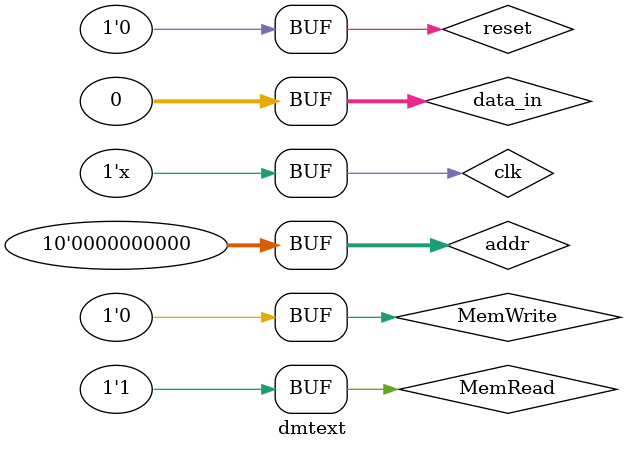
<source format=v>
`timescale 1ns / 1ps


module dmtext;

	// Inputs
	reg [11:2] addr;
	reg [31:0] data_in;
	reg MemWrite;
	reg MemRead;
	reg clk;
	reg reset;

	// Outputs
	wire [31:0] data_out;

	// Instantiate the Unit Under Test (UUT)
	dm uut (
		.addr(addr), 
		.data_in(data_in), 
		.MemWrite(MemWrite), 
		.MemRead(MemRead), 
		.clk(clk), 
		.reset(reset), 
		.data_out(data_out)
	);
	
	always #25 clk = ~clk;
	
	initial begin
		// Initialize Inputs
		addr = 0;
		data_in = 16;
		MemWrite = 0;
		MemRead = 0;
		clk = 0;
		reset = 0;

		// Wait 100 ns for global reset to finish
		#25;
		addr = 0;
		data_in = 16;
		MemWrite = 1;
		MemRead = 0;
		reset = 0;
		
		#50;
		addr = 0;
		data_in = 0;
		MemWrite = 0;
		MemRead = 1;
		reset = 0;
		
		#50;
		addr = 0;
		data_in = 16;
		MemWrite = 0;
		MemRead = 0;
		reset = 1;
		
		#50;
		addr = 0;
		data_in = 0;
		MemWrite = 0;
		MemRead = 1;
		reset = 0;
        
		// Add stimulus here

	end
      
endmodule


</source>
